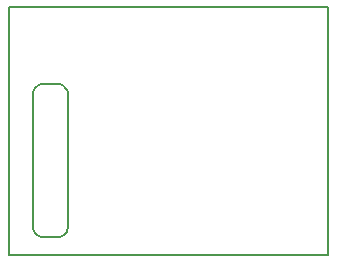
<source format=gko>
G04*
G04 #@! TF.GenerationSoftware,Altium Limited,Altium Designer,19.1.8 (144)*
G04*
G04 Layer_Color=16711935*
%FSLAX43Y43*%
%MOMM*%
G71*
G01*
G75*
%ADD40C,0.150*%
D40*
X3000Y14500D02*
X4000Y14500D01*
X4098D01*
X4292Y14462D01*
X4474Y14386D01*
X4637Y14277D01*
X4777Y14137D01*
X4886Y13974D01*
X4962Y13792D01*
X5000Y13598D01*
X5000Y13500D02*
X5000Y13598D01*
X5000Y13500D02*
X5000Y13500D01*
X5000Y2500D02*
X5000Y13500D01*
X5000Y2500D02*
X5012Y2414D01*
X5003Y2240D02*
X5012Y2414D01*
X4960Y2071D02*
X5003Y2240D01*
X4884Y1914D02*
X4960Y2071D01*
X4780Y1775D02*
X4884Y1914D01*
X4650Y1659D02*
X4780Y1775D01*
X4500Y1570D02*
X4650Y1659D01*
X4336Y1512D02*
X4500Y1570D01*
X4250Y1500D02*
X4336Y1512D01*
X4250Y1500D02*
X4250Y1500D01*
X3000Y1500D02*
X4250Y1500D01*
X2901Y1500D02*
X3000Y1500D01*
X2708Y1538D02*
X2901Y1500D01*
X2526Y1614D02*
X2708Y1538D01*
X2362Y1723D02*
X2526Y1614D01*
X2223Y1862D02*
X2362Y1723D01*
X2114Y2026D02*
X2223Y1862D01*
X2038Y2208D02*
X2114Y2026D01*
X2000Y2401D02*
X2038Y2208D01*
X2000Y2401D02*
X2000Y2500D01*
Y2500D01*
Y13500D01*
Y13598D01*
X2038Y13792D01*
X2114Y13974D01*
X2223Y14137D01*
X2363Y14277D01*
X2526Y14386D01*
X2708Y14462D01*
X2901Y14500D01*
X3000Y14500D01*
X3000Y14500D01*
X27000Y-0D02*
Y21000D01*
X0D02*
X27000D01*
X0Y0D02*
Y21000D01*
Y0D02*
X27000Y-0D01*
M02*

</source>
